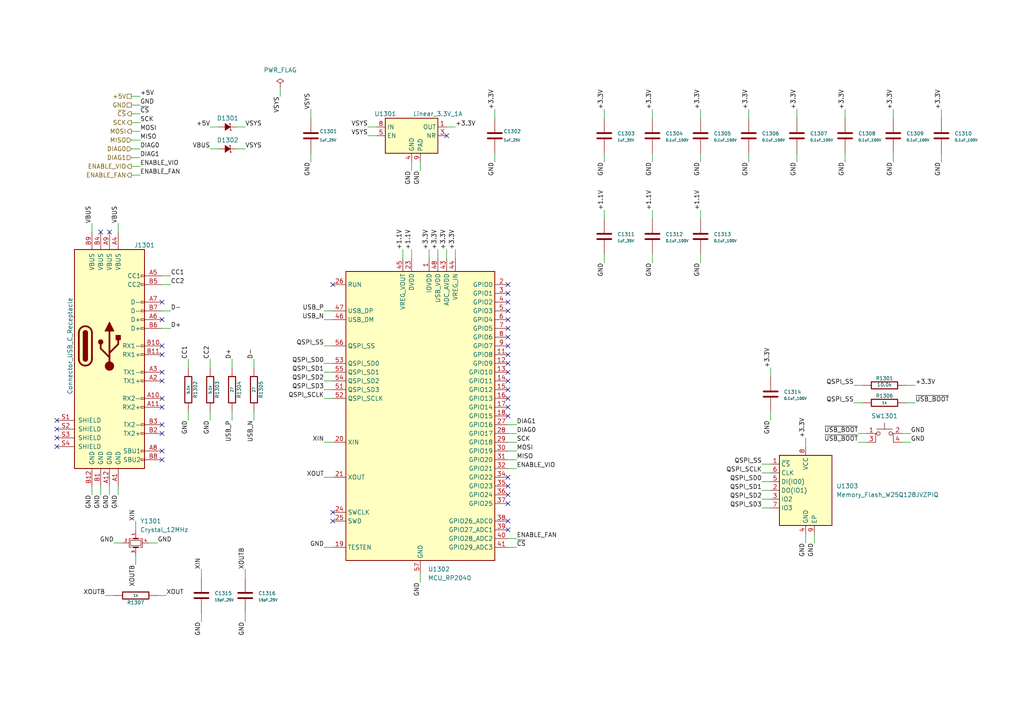
<source format=kicad_sch>
(kicad_sch (version 20230121) (generator eeschema)
  (paper "A4")
  (title_block (title "tmc51x0-multiplexer-uart") (date "2024-05-10") (rev "1.0") (company "Howard Hughes Medical Institute"))
  (lib_symbols
    (symbol "Janelia:C_0.1uF_100V_0402" (pin_numbers hide) (pin_names (offset 0.254))
      (property "Reference" "C" (at 0 2.54 0))
      (property "Value" "0.1uF_100V" (at 0 0 0))
      (symbol "C_0.1uF_100V_0402_0_1"
        (polyline (pts (xy -2.032 -0.762) (xy 2.032 -0.762)) (stroke (width 0.508)))
        (polyline (pts (xy -2.032 0.762) (xy 2.032 0.762)) (stroke (width 0.508)))
      )
      (symbol "C_0.1uF_100V_0402_1_1"
        (pin passive line (at 0 5.08 270) (length 4.318) (name "~") (number "1"))
        (pin passive line (at 0 -5.08 90) (length 4.318) (name "~") (number "2"))
      )
    )
    (symbol "Janelia:C_15pF_25V_0402" (pin_numbers hide) (pin_names (offset 0.254))
      (property "Reference" "C" (at 0 2.54 0))
      (property "Value" "15pF_25V" (at 0 0 0))
      (symbol "C_15pF_25V_0402_0_1"
        (polyline (pts (xy -2.032 -0.762) (xy 2.032 -0.762)) (stroke (width 0.508)))
        (polyline (pts (xy -2.032 0.762) (xy 2.032 0.762)) (stroke (width 0.508)))
      )
      (symbol "C_15pF_25V_0402_1_1"
        (pin passive line (at 0 5.08 270) (length 4.318) (name "~") (number "1"))
        (pin passive line (at 0 -5.08 90) (length 4.318) (name "~") (number "2"))
      )
    )
    (symbol "Janelia:C_1uF_25V_0402" (pin_numbers hide) (pin_names (offset 0.254))
      (property "Reference" "C" (at 0 2.54 0))
      (property "Value" "1uF_25V" (at 0 0 0))
      (symbol "C_1uF_25V_0402_0_1"
        (polyline (pts (xy -2.032 -0.762) (xy 2.032 -0.762)) (stroke (width 0.508)))
        (polyline (pts (xy -2.032 0.762) (xy 2.032 0.762)) (stroke (width 0.508)))
      )
      (symbol "C_1uF_25V_0402_1_1"
        (pin passive line (at 0 5.08 270) (length 4.318) (name "~") (number "1"))
        (pin passive line (at 0 -5.08 90) (length 4.318) (name "~") (number "2"))
      )
    )
    (symbol "Janelia:C_1uF_35V_0402" (pin_numbers hide) (pin_names (offset 0.254))
      (property "Reference" "C" (at 0 2.54 0))
      (property "Value" "1uF_35V" (at 0 0 0))
      (symbol "C_1uF_35V_0402_0_1"
        (polyline (pts (xy -2.032 -0.762) (xy 2.032 -0.762)) (stroke (width 0.508)))
        (polyline (pts (xy -2.032 0.762) (xy 2.032 0.762)) (stroke (width 0.508)))
      )
      (symbol "C_1uF_35V_0402_1_1"
        (pin passive line (at 0 5.08 270) (length 4.318) (name "~") (number "1"))
        (pin passive line (at 0 -5.08 90) (length 4.318) (name "~") (number "2"))
      )
    )
    (symbol "Janelia:Connector_USB_C_Receptacle_10152803-00011LF" (pin_names (offset 1.016))
      (property "Reference" "J" (at 10.16 29.21 0))
      (property "Value" "Connector_USB_C_Receptacle" (at -11.43 0 90))
      (symbol "Connector_USB_C_Receptacle_10152803-00011LF_0_0"
        (rectangle (start 10.16 -32.766) (end 9.144 -33.274))
        (rectangle (start 10.16 -30.226) (end 9.144 -30.734))
        (rectangle (start 10.16 -25.146) (end 9.144 -25.654))
        (rectangle (start 10.16 -22.606) (end 9.144 -23.114))
        (rectangle (start 10.16 -17.526) (end 9.144 -18.034))
        (rectangle (start 10.16 -14.986) (end 9.144 -15.494))
        (rectangle (start 10.16 -9.906) (end 9.144 -10.414))
        (rectangle (start 10.16 -7.366) (end 9.144 -7.874))
        (rectangle (start 10.16 -2.286) (end 9.144 -2.794))
        (rectangle (start 10.16 0.254) (end 9.144 -0.254))
        (rectangle (start 10.16 5.334) (end 9.144 4.826))
        (rectangle (start 10.16 7.874) (end 9.144 7.366))
        (rectangle (start 10.16 10.414) (end 9.144 9.906))
        (rectangle (start 10.16 12.954) (end 9.144 12.446))
        (rectangle (start 10.16 18.034) (end 9.144 17.526))
        (rectangle (start 10.16 20.574) (end 9.144 20.066))
      )
      (symbol "Connector_USB_C_Receptacle_10152803-00011LF_0_1"
        (rectangle (start -10.16 27.94) (end 10.16 -35.56) (stroke (width 0.254)) (fill (type background)))
        (arc (start -8.89 -3.81) (mid -6.985 -5.7067) (end -5.08 -3.81) (stroke (width 0.508)))
        (arc (start -7.62 -3.81) (mid -6.985 -4.4423) (end -6.35 -3.81) (stroke (width 0.254)))
        (arc (start -7.62 -3.81) (mid -6.985 -4.4423) (end -6.35 -3.81) (stroke (width 0.254)) (fill (type outline)))
        (rectangle (start -7.62 -3.81) (end -6.35 3.81) (stroke (width 0.254)) (fill (type outline)))
        (arc (start -6.35 3.81) (mid -6.985 4.4423) (end -7.62 3.81) (stroke (width 0.254)))
        (arc (start -6.35 3.81) (mid -6.985 4.4423) (end -7.62 3.81) (stroke (width 0.254)) (fill (type outline)))
        (arc (start -5.08 3.81) (mid -6.985 5.7067) (end -8.89 3.81) (stroke (width 0.508)))
        (polyline (pts (xy -8.89 -3.81) (xy -8.89 3.81)) (stroke (width 0.508)))
        (polyline (pts (xy -5.08 3.81) (xy -5.08 -3.81)) (stroke (width 0.508)))
      )
      (symbol "Connector_USB_C_Receptacle_10152803-00011LF_1_1"
        (circle (center -2.54 1.143) (radius 0.635) (stroke (width 0.254)) (fill (type outline)))
        (circle (center 0 -5.842) (radius 1.27) (fill (type outline)))
        (polyline (pts (xy 0 -5.842) (xy 0 4.318)) (stroke (width 0.508)))
        (polyline (pts (xy 0 -3.302) (xy -2.54 -0.762) (xy -2.54 0.508)) (stroke (width 0.508)))
        (polyline (pts (xy 0 -2.032) (xy 2.54 0.508) (xy 2.54 1.778)) (stroke (width 0.508)))
        (polyline (pts (xy -1.27 4.318) (xy 0 6.858) (xy 1.27 4.318) (xy -1.27 4.318)) (stroke (width 0.254)) (fill (type outline)))
        (rectangle (start 1.905 1.778) (end 3.175 3.048) (stroke (width 0.254)) (fill (type outline)))
        (pin passive line (at 2.54 -40.64 90) (length 5.08) (name "GND") (number "A1"))
        (pin bidirectional line (at 15.24 -15.24 180) (length 5.08) (name "RX2-") (number "A10"))
        (pin bidirectional line (at 15.24 -17.78 180) (length 5.08) (name "RX2+") (number "A11"))
        (pin passive line (at 0 -40.64 90) (length 5.08) (name "GND") (number "A12"))
        (pin bidirectional line (at 15.24 -10.16 180) (length 5.08) (name "TX1+") (number "A2"))
        (pin bidirectional line (at 15.24 -7.62 180) (length 5.08) (name "TX1-") (number "A3"))
        (pin passive line (at 2.54 33.02 270) (length 5.08) (name "VBUS") (number "A4"))
        (pin bidirectional line (at 15.24 20.32 180) (length 5.08) (name "CC1") (number "A5"))
        (pin bidirectional line (at 15.24 7.62 180) (length 5.08) (name "D+") (number "A6"))
        (pin bidirectional line (at 15.24 12.7 180) (length 5.08) (name "D-") (number "A7"))
        (pin bidirectional line (at 15.24 -30.48 180) (length 5.08) (name "SBU1") (number "A8"))
        (pin passive line (at 0 33.02 270) (length 5.08) (name "VBUS") (number "A9"))
        (pin passive line (at -2.54 -40.64 90) (length 5.08) (name "GND") (number "B1"))
        (pin bidirectional line (at 15.24 0 180) (length 5.08) (name "RX1-") (number "B10"))
        (pin bidirectional line (at 15.24 -2.54 180) (length 5.08) (name "RX1+") (number "B11"))
        (pin passive line (at -5.08 -40.64 90) (length 5.08) (name "GND") (number "B12"))
        (pin bidirectional line (at 15.24 -25.4 180) (length 5.08) (name "TX2+") (number "B2"))
        (pin bidirectional line (at 15.24 -22.86 180) (length 5.08) (name "TX2-") (number "B3"))
        (pin passive line (at -2.54 33.02 270) (length 5.08) (name "VBUS") (number "B4"))
        (pin bidirectional line (at 15.24 17.78 180) (length 5.08) (name "CC2") (number "B5"))
        (pin bidirectional line (at 15.24 5.08 180) (length 5.08) (name "D+") (number "B6"))
        (pin bidirectional line (at 15.24 10.16 180) (length 5.08) (name "D-") (number "B7"))
        (pin bidirectional line (at 15.24 -33.02 180) (length 5.08) (name "SBU2") (number "B8"))
        (pin passive line (at -5.08 33.02 270) (length 5.08) (name "VBUS") (number "B9"))
        (pin passive line (at -15.24 -21.59 0) (length 5.08) (name "SHIELD") (number "S1"))
        (pin passive line (at -15.24 -24.13 0) (length 5.08) (name "SHIELD") (number "S2"))
        (pin passive line (at -15.24 -26.67 0) (length 5.08) (name "SHIELD") (number "S3"))
        (pin passive line (at -15.24 -29.21 0) (length 5.08) (name "SHIELD") (number "S4"))
      )
    )
    (symbol "Janelia:Crystal_12MHz_ABM8-272-T3" (pin_names (offset 1.016) hide)
      (property "Reference" "Y" (at 1.27 4.445 0))
      (property "Value" "Crystal_12MHz" (at 1.27 2.54 0))
      (symbol "Crystal_12MHz_ABM8-272-T3_0_1"
        (rectangle (start -0.762 1.524) (end 0.762 -1.524))
        (polyline (pts (xy -1.27 -0.762) (xy -1.27 0.762)) (stroke (width 0.381)))
        (polyline (pts (xy 1.27 -0.762) (xy 1.27 0.762)) (stroke (width 0.381)))
        (polyline (pts (xy -1.27 -1.27) (xy -1.27 -1.905) (xy 1.27 -1.905) (xy 1.27 -1.27)))
        (polyline (pts (xy -1.27 1.27) (xy -1.27 1.905) (xy 1.27 1.905) (xy 1.27 1.27)))
      )
      (symbol "Crystal_12MHz_ABM8-272-T3_1_1"
        (pin passive line (at -3.81 0 0) (length 2.54) (name "1") (number "1"))
        (pin passive line (at 0 -3.81 90) (length 1.905) (name "2") (number "2"))
        (pin passive line (at 3.81 0 180) (length 2.54) (name "3") (number "3"))
        (pin passive line (at 0 3.81 270) (length 1.905) (name "4") (number "4"))
      )
    )
    (symbol "Janelia:D_SCHOTTKY_40V_2A_0603" (pin_numbers hide) (pin_names (offset 0.254) hide)
      (property "Reference" "D" (at -1.27 2.032 0))
      (symbol "D_SCHOTTKY_40V_2A_0603_0_1"
        (polyline (pts (xy -0.762 -1.016) (xy -0.762 1.016)))
        (polyline (pts (xy -0.762 -1.016) (xy -0.508 -1.016) (xy -0.508 -0.762)))
        (polyline (pts (xy -0.762 1.016) (xy -1.016 1.016) (xy -1.016 0.762)))
        (polyline (pts (xy 0.762 -1.016) (xy -0.762 0) (xy 0.762 1.016) (xy 0.762 -1.016)) (fill (type outline)))
      )
      (symbol "D_SCHOTTKY_40V_2A_0603_1_1"
        (pin passive line (at -2.54 0 0) (length 1.778) (name "K") (number "1"))
        (pin passive line (at 2.54 0 180) (length 1.778) (name "A") (number "2"))
      )
    )
    (symbol "Janelia:MCU_RP2040"
      (property "Reference" "U" (at 17.78 45.72 0))
      (property "Value" "MCU_RP2040" (at 17.78 43.18 0))
      (symbol "MCU_RP2040_0_1"
        (rectangle (start -21.59 41.91) (end 21.59 -41.91) (stroke (width 0.254)) (fill (type background)))
      )
      (symbol "MCU_RP2040_1_1"
        (pin power_in line (at 2.54 45.72 270) (length 3.81) (name "IOVDD") (number "1"))
        (pin passive line (at 2.54 45.72 270) (length 3.81) hide (name "IOVDD") (number "10"))
        (pin bidirectional line (at 25.4 17.78 180) (length 3.81) (name "GPIO8") (number "11"))
        (pin bidirectional line (at 25.4 15.24 180) (length 3.81) (name "GPIO9") (number "12"))
        (pin bidirectional line (at 25.4 12.7 180) (length 3.81) (name "GPIO10") (number "13"))
        (pin bidirectional line (at 25.4 10.16 180) (length 3.81) (name "GPIO11") (number "14"))
        (pin bidirectional line (at 25.4 7.62 180) (length 3.81) (name "GPIO12") (number "15"))
        (pin bidirectional line (at 25.4 5.08 180) (length 3.81) (name "GPIO13") (number "16"))
        (pin bidirectional line (at 25.4 2.54 180) (length 3.81) (name "GPIO14") (number "17"))
        (pin bidirectional line (at 25.4 0 180) (length 3.81) (name "GPIO15") (number "18"))
        (pin input line (at -25.4 -38.1 0) (length 3.81) (name "TESTEN") (number "19"))
        (pin bidirectional line (at 25.4 38.1 180) (length 3.81) (name "GPIO0") (number "2"))
        (pin input line (at -25.4 -7.62 0) (length 3.81) (name "XIN") (number "20"))
        (pin passive line (at -25.4 -17.78 0) (length 3.81) (name "XOUT") (number "21"))
        (pin passive line (at 2.54 45.72 270) (length 3.81) hide (name "IOVDD") (number "22"))
        (pin power_in line (at -2.54 45.72 270) (length 3.81) (name "DVDD") (number "23"))
        (pin input line (at -25.4 -27.94 0) (length 3.81) (name "SWCLK") (number "24"))
        (pin bidirectional line (at -25.4 -30.48 0) (length 3.81) (name "SWD") (number "25"))
        (pin input line (at -25.4 38.1 0) (length 3.81) (name "RUN") (number "26"))
        (pin bidirectional line (at 25.4 -2.54 180) (length 3.81) (name "GPIO16") (number "27"))
        (pin bidirectional line (at 25.4 -5.08 180) (length 3.81) (name "GPIO17") (number "28"))
        (pin bidirectional line (at 25.4 -7.62 180) (length 3.81) (name "GPIO18") (number "29"))
        (pin bidirectional line (at 25.4 35.56 180) (length 3.81) (name "GPIO1") (number "3"))
        (pin bidirectional line (at 25.4 -10.16 180) (length 3.81) (name "GPIO19") (number "30"))
        (pin bidirectional line (at 25.4 -12.7 180) (length 3.81) (name "GPIO20") (number "31"))
        (pin bidirectional line (at 25.4 -15.24 180) (length 3.81) (name "GPIO21") (number "32"))
        (pin passive line (at 2.54 45.72 270) (length 3.81) hide (name "IOVDD") (number "33"))
        (pin bidirectional line (at 25.4 -17.78 180) (length 3.81) (name "GPIO22") (number "34"))
        (pin bidirectional line (at 25.4 -20.32 180) (length 3.81) (name "GPIO23") (number "35"))
        (pin bidirectional line (at 25.4 -22.86 180) (length 3.81) (name "GPIO24") (number "36"))
        (pin bidirectional line (at 25.4 -25.4 180) (length 3.81) (name "GPIO25") (number "37"))
        (pin bidirectional line (at 25.4 -30.48 180) (length 3.81) (name "GPIO26_ADC0") (number "38"))
        (pin bidirectional line (at 25.4 -33.02 180) (length 3.81) (name "GPIO27_ADC1") (number "39"))
        (pin bidirectional line (at 25.4 33.02 180) (length 3.81) (name "GPIO2") (number "4"))
        (pin bidirectional line (at 25.4 -35.56 180) (length 3.81) (name "GPIO28_ADC2") (number "40"))
        (pin bidirectional line (at 25.4 -38.1 180) (length 3.81) (name "GPIO29_ADC3") (number "41"))
        (pin passive line (at 2.54 45.72 270) (length 3.81) hide (name "IOVDD") (number "42"))
        (pin power_in line (at 7.62 45.72 270) (length 3.81) (name "ADC_AVDD") (number "43"))
        (pin power_in line (at 10.16 45.72 270) (length 3.81) (name "VREG_IN") (number "44"))
        (pin power_out line (at -5.08 45.72 270) (length 3.81) (name "VREG_VOUT") (number "45"))
        (pin bidirectional line (at -25.4 27.94 0) (length 3.81) (name "USB_DM") (number "46"))
        (pin bidirectional line (at -25.4 30.48 0) (length 3.81) (name "USB_DP") (number "47"))
        (pin power_in line (at 5.08 45.72 270) (length 3.81) (name "USB_VDD") (number "48"))
        (pin passive line (at 2.54 45.72 270) (length 3.81) hide (name "IOVDD") (number "49"))
        (pin bidirectional line (at 25.4 30.48 180) (length 3.81) (name "GPIO3") (number "5"))
        (pin passive line (at -2.54 45.72 270) (length 3.81) hide (name "DVDD") (number "50"))
        (pin bidirectional line (at -25.4 7.62 0) (length 3.81) (name "QSPI_SD3") (number "51"))
        (pin output line (at -25.4 5.08 0) (length 3.81) (name "QSPI_SCLK") (number "52"))
        (pin bidirectional line (at -25.4 15.24 0) (length 3.81) (name "QSPI_SD0") (number "53"))
        (pin bidirectional line (at -25.4 10.16 0) (length 3.81) (name "QSPI_SD2") (number "54"))
        (pin bidirectional line (at -25.4 12.7 0) (length 3.81) (name "QSPI_SD1") (number "55"))
        (pin bidirectional line (at -25.4 20.32 0) (length 3.81) (name "QSPI_SS") (number "56"))
        (pin power_in line (at 0 -45.72 90) (length 3.81) (name "GND") (number "57"))
        (pin bidirectional line (at 25.4 27.94 180) (length 3.81) (name "GPIO4") (number "6"))
        (pin bidirectional line (at 25.4 25.4 180) (length 3.81) (name "GPIO5") (number "7"))
        (pin bidirectional line (at 25.4 22.86 180) (length 3.81) (name "GPIO6") (number "8"))
        (pin bidirectional line (at 25.4 20.32 180) (length 3.81) (name "GPIO7") (number "9"))
      )
    )
    (symbol "Janelia:Memory_Flash_W25Q128JVZPIQ"
      (property "Reference" "U" (at -6.35 11.43 0))
      (property "Value" "Memory_Flash_W25Q128JVZPIQ" (at 7.62 11.43 0))
      (symbol "Memory_Flash_W25Q128JVZPIQ_0_1"
        (rectangle (start -7.62 10.16) (end 7.62 -10.16) (stroke (width 0.254)) (fill (type background)))
      )
      (symbol "Memory_Flash_W25Q128JVZPIQ_1_1"
        (pin input line (at -10.16 7.62 0) (length 2.54) (name "~{CS}") (number "1"))
        (pin bidirectional line (at -10.16 0 0) (length 2.54) (name "DO(IO1)") (number "2"))
        (pin bidirectional line (at -10.16 -2.54 0) (length 2.54) (name "IO2") (number "3"))
        (pin power_in line (at 0 -12.7 90) (length 2.54) (name "GND") (number "4"))
        (pin bidirectional line (at -10.16 2.54 0) (length 2.54) (name "DI(IO0)") (number "5"))
        (pin input line (at -10.16 5.08 0) (length 2.54) (name "CLK") (number "6"))
        (pin bidirectional line (at -10.16 -5.08 0) (length 2.54) (name "IO3") (number "7"))
        (pin power_in line (at 0 12.7 270) (length 2.54) (name "VCC") (number "8"))
        (pin passive line (at 2.54 -12.7 90) (length 2.54) (name "EP") (number "9"))
      )
    )
    (symbol "Janelia:R_10.0k_0402" (pin_numbers hide) (pin_names (offset 0))
      (property "Reference" "R" (at 2.032 0 90))
      (property "Value" "10.0k" (at 0.1778 0.0254 90))
      (symbol "R_10.0k_0402_0_1"
        (rectangle (start -1.016 3.81) (end 1.016 -3.81) (stroke (width 0.3048)))
      )
      (symbol "R_10.0k_0402_1_1"
        (pin passive line (at 0 6.35 270) (length 2.54) (name "~") (number "1"))
        (pin passive line (at 0 -6.35 90) (length 2.54) (name "~") (number "2"))
      )
    )
    (symbol "Janelia:R_1k_0402" (pin_numbers hide) (pin_names (offset 0))
      (property "Reference" "R" (at 2.032 0 90))
      (property "Value" "1k" (at 0 0 90))
      (symbol "R_1k_0402_0_1"
        (rectangle (start -1.016 3.81) (end 1.016 -3.81) (stroke (width 0.3048)))
      )
      (symbol "R_1k_0402_1_1"
        (pin passive line (at 0 6.35 270) (length 2.54) (name "~") (number "1"))
        (pin passive line (at 0 -6.35 90) (length 2.54) (name "~") (number "2"))
      )
    )
    (symbol "Janelia:R_27_0402" (pin_numbers hide) (pin_names (offset 0))
      (property "Reference" "R" (at 2.032 0 90))
      (property "Value" "27" (at 0 0 90))
      (symbol "R_27_0402_0_1"
        (rectangle (start -1.016 3.81) (end 1.016 -3.81) (stroke (width 0.3048)))
      )
      (symbol "R_27_0402_1_1"
        (pin passive line (at 0 6.35 270) (length 2.54) (name "~") (number "1"))
        (pin passive line (at 0 -6.35 90) (length 2.54) (name "~") (number "2"))
      )
    )
    (symbol "Janelia:R_5.1k_0402" (pin_numbers hide) (pin_names (offset 0))
      (property "Reference" "R" (at 2.032 0 90))
      (property "Value" "5.1k" (at 0 0 90))
      (symbol "R_5.1k_0402_0_1"
        (rectangle (start -1.016 3.81) (end 1.016 -3.81) (stroke (width 0.3048)))
      )
      (symbol "R_5.1k_0402_1_1"
        (pin passive line (at 0 6.35 270) (length 2.54) (name "~") (number "1"))
        (pin passive line (at 0 -6.35 90) (length 2.54) (name "~") (number "2"))
      )
    )
    (symbol "Janelia:Regulator_Linear_3.3V_1A_5.5Vin_TPS73733QDRBRQ1"
      (property "Reference" "U" (at -7.62 6.35 0))
      (property "Value" "Linear_3.3V_1A" (at 7.62 6.35 0))
      (symbol "Regulator_Linear_3.3V_1A_5.5Vin_TPS73733QDRBRQ1_0_1"
        (rectangle (start -7.62 -5.08) (end 7.62 5.08) (stroke (width 0.254)) (fill (type background)))
      )
      (symbol "Regulator_Linear_3.3V_1A_5.5Vin_TPS73733QDRBRQ1_1_1"
        (pin power_out line (at 10.16 2.54 180) (length 2.54) (name "OUT") (number "1"))
        (pin no_connect line (at 5.08 -7.62 90) (length 2.54) hide (name "2") (number "2"))
        (pin passive line (at 10.16 0 180) (length 2.54) (name "NR") (number "3"))
        (pin power_in line (at 0 -7.62 90) (length 2.54) (name "GND") (number "4"))
        (pin input line (at -10.16 0 0) (length 2.54) (name "EN") (number "5"))
        (pin no_connect line (at -2.54 -7.62 90) (length 2.54) hide (name "6") (number "6"))
        (pin no_connect line (at -10.16 -2.54 0) (length 2.54) hide (name "7") (number "7"))
        (pin power_in line (at -10.16 2.54 0) (length 2.54) (name "IN") (number "8"))
        (pin power_in line (at 2.54 -7.62 90) (length 2.54) (name "PAD") (number "9"))
      )
    )
    (symbol "Janelia:Switch_Tactile_SPST-NO_SMT_Side" (pin_names (offset 1.016) hide)
      (property "Reference" "SW" (at 0.635 5.715 0))
      (symbol "Switch_Tactile_SPST-NO_SMT_Side_0_1"
        (circle (center -1.778 2.54) (radius 0.508))
        (polyline (pts (xy -2.286 3.81) (xy 2.286 3.81)))
        (polyline (pts (xy 0 3.81) (xy 0 5.588)))
        (polyline (pts (xy -2.54 0) (xy -2.54 2.54) (xy -2.286 2.54)))
        (polyline (pts (xy 2.54 0) (xy 2.54 2.54) (xy 2.286 2.54)))
        (circle (center 1.778 2.54) (radius 0.508))
      )
      (symbol "Switch_Tactile_SPST-NO_SMT_Side_1_1"
        (pin passive line (at -5.08 2.54 0) (length 2.54) (name "1") (number "1"))
        (pin passive line (at 5.08 2.54 180) (length 2.54) (name "2") (number "2"))
        (pin passive line (at -5.08 0 0) (length 2.54) (name "3") (number "3"))
        (pin passive line (at 5.08 0 180) (length 2.54) (name "4") (number "4"))
      )
    )
    (symbol "power:PWR_FLAG" (power) (pin_numbers hide) (pin_names (offset 0) hide)
      (property "Value" "PWR_FLAG" (at 0 3.81 0))
      (symbol "PWR_FLAG_0_0"
        (pin power_out line (at 0 0 90) (length 0) (name "pwr") (number "1"))
      )
      (symbol "PWR_FLAG_0_1"
        (polyline (pts (xy 0 0) (xy 0 1.27) (xy -1.016 1.905) (xy 0 2.54) (xy 1.016 1.905) (xy 0 1.27)))
      )
    )
  )
  (no_connect (at 147.32 82.55))
  (no_connect (at 46.99 110.49))
  (no_connect (at 46.99 130.81))
  (no_connect (at 147.32 120.65))
  (no_connect (at 46.99 102.87))
  (no_connect (at 147.32 107.95))
  (no_connect (at 16.51 127))
  (no_connect (at 147.32 146.05))
  (no_connect (at 46.99 87.63))
  (no_connect (at 46.99 133.35))
  (no_connect (at 46.99 92.71))
  (no_connect (at 46.99 123.19))
  (no_connect (at 147.32 90.17))
  (no_connect (at 147.32 102.87))
  (no_connect (at 147.32 92.71))
  (no_connect (at 31.75 67.31))
  (no_connect (at 147.32 143.51))
  (no_connect (at 129.54 39.37))
  (no_connect (at 147.32 95.25))
  (no_connect (at 147.32 113.03))
  (no_connect (at 147.32 151.13))
  (no_connect (at 46.99 118.11))
  (no_connect (at 147.32 115.57))
  (no_connect (at 16.51 124.46))
  (no_connect (at 147.32 118.11))
  (no_connect (at 147.32 97.79))
  (no_connect (at 147.32 140.97))
  (no_connect (at 147.32 85.09))
  (no_connect (at 147.32 87.63))
  (no_connect (at 46.99 125.73))
  (no_connect (at 46.99 100.33))
  (no_connect (at 46.99 107.95))
  (no_connect (at 96.52 82.55))
  (no_connect (at 96.52 151.13))
  (no_connect (at 96.52 148.59))
  (no_connect (at 147.32 138.43))
  (no_connect (at 16.51 121.92))
  (no_connect (at 147.32 153.67))
  (no_connect (at 46.99 115.57))
  (no_connect (at 16.51 129.54))
  (no_connect (at 147.32 105.41))
  (no_connect (at 29.21 67.31))
  (no_connect (at 147.32 110.49))
  (no_connect (at 147.32 100.33))
  (wire (pts (xy 223.52 134.62) (xy 220.98 134.62)))
  (wire (pts (xy 121.92 46.99) (xy 121.92 49.53)))
  (wire (pts (xy 109.22 36.83) (xy 106.68 36.83)))
  (wire (pts (xy 223.52 144.78) (xy 220.98 144.78)))
  (wire (pts (xy 223.52 139.7) (xy 220.98 139.7)))
  (wire (pts (xy 58.42 167.64) (xy 58.42 165.1)))
  (wire (pts (xy 261.62 128.27) (xy 264.16 128.27)))
  (wire (pts (xy 189.23 63.5) (xy 189.23 60.96)))
  (wire (pts (xy 175.26 34.29) (xy 175.26 31.75)))
  (wire (pts (xy 96.52 138.43) (xy 93.98 138.43)))
  (wire (pts (xy 63.5 36.83) (xy 60.96 36.83)))
  (wire (pts (xy 73.66 119.38) (xy 73.66 121.92)))
  (wire (pts (xy 96.52 92.71) (xy 93.98 92.71)))
  (wire (pts (xy 236.22 154.94) (xy 236.22 157.48)))
  (wire (pts (xy 67.31 106.68) (xy 67.31 104.14)))
  (wire (pts (xy 46.99 95.25) (xy 49.53 95.25)))
  (wire (pts (xy 34.29 140.97) (xy 34.29 143.51)))
  (wire (pts (xy 119.38 74.93) (xy 119.38 72.39)))
  (wire (pts (xy 223.52 147.32) (xy 220.98 147.32)))
  (wire (pts (xy 38.1 50.8) (xy 40.64 50.8)))
  (wire (pts (xy 273.05 44.45) (xy 273.05 46.99)))
  (wire (pts (xy 259.08 44.45) (xy 259.08 46.99)))
  (wire (pts (xy 250.19 116.84) (xy 247.65 116.84)))
  (wire (pts (xy 96.52 100.33) (xy 93.98 100.33)))
  (wire (pts (xy 90.17 44.45) (xy 90.17 46.99)))
  (wire (pts (xy 43.18 157.48) (xy 45.72 157.48)))
  (wire (pts (xy 90.17 34.29) (xy 90.17 31.75)))
  (wire (pts (xy 29.21 140.97) (xy 29.21 143.51)))
  (wire (pts (xy 127 74.93) (xy 127 72.39)))
  (wire (pts (xy 223.52 109.22) (xy 223.52 106.68)))
  (wire (pts (xy 223.52 137.16) (xy 220.98 137.16)))
  (wire (pts (xy 38.1 43.18) (xy 40.64 43.18)))
  (wire (pts (xy 132.08 74.93) (xy 132.08 72.39)))
  (wire (pts (xy 203.2 73.66) (xy 203.2 76.2)))
  (wire (pts (xy 217.17 44.45) (xy 217.17 46.99)))
  (wire (pts (xy 175.26 44.45) (xy 175.26 46.99)))
  (wire (pts (xy 129.54 74.93) (xy 129.54 72.39)))
  (wire (pts (xy 81.28 25.4) (xy 81.28 27.94)))
  (wire (pts (xy 38.1 45.72) (xy 40.64 45.72)))
  (wire (pts (xy 147.32 133.35) (xy 149.86 133.35)))
  (wire (pts (xy 233.68 154.94) (xy 233.68 157.48)))
  (wire (pts (xy 245.11 44.45) (xy 245.11 46.99)))
  (wire (pts (xy 38.1 38.1) (xy 40.64 38.1)))
  (wire (pts (xy 189.23 34.29) (xy 189.23 31.75)))
  (wire (pts (xy 259.08 34.29) (xy 259.08 31.75)))
  (wire (pts (xy 245.11 34.29) (xy 245.11 31.75)))
  (wire (pts (xy 261.62 125.73) (xy 264.16 125.73)))
  (wire (pts (xy 46.99 82.55) (xy 49.53 82.55)))
  (wire (pts (xy 35.56 157.48) (xy 33.02 157.48)))
  (wire (pts (xy 73.66 106.68) (xy 73.66 104.14)))
  (wire (pts (xy 109.22 39.37) (xy 106.68 39.37)))
  (wire (pts (xy 96.52 158.75) (xy 93.98 158.75)))
  (wire (pts (xy 54.61 106.68) (xy 54.61 104.14)))
  (wire (pts (xy 71.12 177.8) (xy 71.12 180.34)))
  (wire (pts (xy 143.51 44.45) (xy 143.51 46.99)))
  (wire (pts (xy 96.52 115.57) (xy 93.98 115.57)))
  (wire (pts (xy 231.14 44.45) (xy 231.14 46.99)))
  (wire (pts (xy 189.23 73.66) (xy 189.23 76.2)))
  (wire (pts (xy 147.32 128.27) (xy 149.86 128.27)))
  (wire (pts (xy 147.32 135.89) (xy 149.86 135.89)))
  (wire (pts (xy 38.1 30.48) (xy 40.64 30.48)))
  (wire (pts (xy 71.12 167.64) (xy 71.12 165.1)))
  (wire (pts (xy 45.72 172.72) (xy 48.26 172.72)))
  (wire (pts (xy 67.31 119.38) (xy 67.31 121.92)))
  (wire (pts (xy 147.32 130.81) (xy 149.86 130.81)))
  (wire (pts (xy 175.26 63.5) (xy 175.26 60.96)))
  (wire (pts (xy 223.52 119.38) (xy 223.52 121.92)))
  (wire (pts (xy 46.99 90.17) (xy 49.53 90.17)))
  (wire (pts (xy 96.52 107.95) (xy 93.98 107.95)))
  (wire (pts (xy 96.52 113.03) (xy 93.98 113.03)))
  (wire (pts (xy 203.2 34.29) (xy 203.2 31.75)))
  (wire (pts (xy 68.58 36.83) (xy 71.12 36.83)))
  (wire (pts (xy 68.58 43.18) (xy 71.12 43.18)))
  (wire (pts (xy 38.1 35.56) (xy 40.64 35.56)))
  (wire (pts (xy 203.2 63.5) (xy 203.2 60.96)))
  (wire (pts (xy 129.54 36.83) (xy 132.08 36.83)))
  (wire (pts (xy 58.42 177.8) (xy 58.42 180.34)))
  (wire (pts (xy 175.26 73.66) (xy 175.26 76.2)))
  (wire (pts (xy 96.52 128.27) (xy 93.98 128.27)))
  (wire (pts (xy 143.51 34.29) (xy 143.51 31.75)))
  (wire (pts (xy 124.46 74.93) (xy 124.46 72.39)))
  (wire (pts (xy 38.1 33.02) (xy 40.64 33.02)))
  (wire (pts (xy 223.52 142.24) (xy 220.98 142.24)))
  (wire (pts (xy 46.99 80.01) (xy 49.53 80.01)))
  (wire (pts (xy 31.75 140.97) (xy 31.75 143.51)))
  (wire (pts (xy 217.17 34.29) (xy 217.17 31.75)))
  (wire (pts (xy 96.52 110.49) (xy 93.98 110.49)))
  (wire (pts (xy 203.2 44.45) (xy 203.2 46.99)))
  (wire (pts (xy 147.32 156.21) (xy 149.86 156.21)))
  (wire (pts (xy 38.1 27.94) (xy 40.64 27.94)))
  (wire (pts (xy 251.46 125.73) (xy 248.92 125.73)))
  (wire (pts (xy 262.89 116.84) (xy 265.43 116.84)))
  (wire (pts (xy 121.92 166.37) (xy 121.92 168.91)))
  (wire (pts (xy 96.52 90.17) (xy 93.98 90.17)))
  (wire (pts (xy 233.68 129.54) (xy 233.68 127)))
  (wire (pts (xy 116.84 74.93) (xy 116.84 72.39)))
  (wire (pts (xy 251.46 128.27) (xy 248.92 128.27)))
  (wire (pts (xy 38.1 48.26) (xy 40.64 48.26)))
  (wire (pts (xy 147.32 158.75) (xy 149.86 158.75)))
  (wire (pts (xy 60.96 119.38) (xy 60.96 121.92)))
  (wire (pts (xy 147.32 125.73) (xy 149.86 125.73)))
  (wire (pts (xy 39.37 161.29) (xy 39.37 163.83)))
  (wire (pts (xy 26.67 67.31) (xy 26.67 64.77)))
  (wire (pts (xy 250.19 111.76) (xy 247.65 111.76)))
  (wire (pts (xy 38.1 40.64) (xy 40.64 40.64)))
  (wire (pts (xy 273.05 34.29) (xy 273.05 31.75)))
  (wire (pts (xy 231.14 34.29) (xy 231.14 31.75)))
  (wire (pts (xy 189.23 44.45) (xy 189.23 46.99)))
  (wire (pts (xy 63.5 43.18) (xy 60.96 43.18)))
  (wire (pts (xy 262.89 111.76) (xy 265.43 111.76)))
  (wire (pts (xy 34.29 67.31) (xy 34.29 64.77)))
  (wire (pts (xy 119.38 46.99) (xy 119.38 49.53)))
  (wire (pts (xy 147.32 123.19) (xy 149.86 123.19)))
  (wire (pts (xy 96.52 105.41) (xy 93.98 105.41)))
  (wire (pts (xy 33.02 172.72) (xy 30.48 172.72)))
  (wire (pts (xy 54.61 119.38) (xy 54.61 121.92)))
  (wire (pts (xy 39.37 153.67) (xy 39.37 151.13)))
  (wire (pts (xy 26.67 140.97) (xy 26.67 143.51)))
  (wire (pts (xy 60.96 106.68) (xy 60.96 104.14)))
  (label "ENABLE_VIO" (at 149.86 135.89 0))
  (label "+3.3V" (at 273.05 31.75 90))
  (label "GND" (at 90.17 46.99 270))
  (label "GND" (at 233.68 157.48 270))
  (label "GND" (at 189.23 46.99 270))
  (label "GND" (at 34.29 143.51 270))
  (label "GND" (at 203.2 76.2 270))
  (label "~{CS}" (at 40.64 33.02 0))
  (label "+3.3V" (at 132.08 36.83 0))
  (label "GND" (at 245.11 46.99 270))
  (label "QSPI_SD2" (at 220.98 144.78 180))
  (label "MISO" (at 149.86 133.35 0))
  (label "QSPI_SCLK" (at 220.98 137.16 180))
  (label "QSPI_SD3" (at 93.98 113.03 180))
  (label "+3.3V" (at 231.14 31.75 90))
  (label "XIN" (at 58.42 165.1 90))
  (label "QSPI_SCLK" (at 93.98 115.57 180))
  (label "XOUT" (at 93.98 138.43 180))
  (label "GND" (at 203.2 46.99 270))
  (label "GND" (at 29.21 143.51 270))
  (label "ENABLE_FAN" (at 40.64 50.8 0))
  (label "VSYS" (at 81.28 27.94 270))
  (label "QSPI_SS" (at 247.65 116.84 180))
  (label "GND" (at 121.92 49.53 270))
  (label "GND" (at 33.02 157.48 180))
  (label "GND" (at 236.22 157.48 270))
  (label "XOUT" (at 48.26 172.72 0))
  (label "VSYS" (at 90.17 31.75 90))
  (label "DIAG0" (at 40.64 43.18 0))
  (label "ENABLE_VIO" (at 40.64 48.26 0))
  (label "CC1" (at 54.61 104.14 90))
  (label "~{CS}" (at 149.86 158.75 0))
  (label "GND" (at 259.08 46.99 270))
  (label "XOUTB" (at 30.48 172.72 180))
  (label "GND" (at 54.61 121.92 270))
  (label "GND" (at 71.12 180.34 270))
  (label "GND" (at 175.26 46.99 270))
  (label "CC2" (at 49.53 82.55 0))
  (label "GND" (at 121.92 168.91 270))
  (label "GND" (at 93.98 158.75 180))
  (label "GND" (at 273.05 46.99 270))
  (label "+3.3V" (at 217.17 31.75 90))
  (label "+1.1V" (at 119.38 72.39 90))
  (label "D+" (at 49.53 95.25 0))
  (label "GND" (at 60.96 121.92 270))
  (label "VSYS" (at 106.68 39.37 180))
  (label "GND" (at 264.16 125.73 0))
  (label "+3.3V" (at 245.11 31.75 90))
  (label "USB_P" (at 93.98 90.17 180))
  (label "QSPI_SS" (at 93.98 100.33 180))
  (label "QSPI_SS" (at 220.98 134.62 180))
  (label "+3.3V" (at 223.52 106.68 90))
  (label "+3.3V" (at 265.43 111.76 0))
  (label "DIAG0" (at 149.86 125.73 0))
  (label "+1.1V" (at 189.23 60.96 90))
  (label "+3.3V" (at 203.2 31.75 90))
  (label "+3.3V" (at 127 72.39 90))
  (label "D-" (at 49.53 90.17 0))
  (label "GND" (at 143.51 46.99 270))
  (label "+3.3V" (at 259.08 31.75 90))
  (label "+1.1V" (at 116.84 72.39 90))
  (label "GND" (at 45.72 157.48 0))
  (label "VBUS" (at 26.67 64.77 90))
  (label "QSPI_SD0" (at 220.98 139.7 180))
  (label "MISO" (at 40.64 40.64 0))
  (label "GND" (at 58.42 180.34 270))
  (label "QSPI_SS" (at 247.65 111.76 180))
  (label "+3.3V" (at 189.23 31.75 90))
  (label "VSYS" (at 71.12 36.83 0))
  (label "XOUTB" (at 39.37 163.83 270))
  (label "VBUS" (at 60.96 43.18 180))
  (label "GND" (at 175.26 76.2 270))
  (label "MOSI" (at 40.64 38.1 0))
  (label "+3.3V" (at 175.26 31.75 90))
  (label "QSPI_SD1" (at 93.98 107.95 180))
  (label "QSPI_SD0" (at 93.98 105.41 180))
  (label "ENABLE_FAN" (at 149.86 156.21 0))
  (label "USB_P" (at 67.31 121.92 270))
  (label "+1.1V" (at 203.2 60.96 90))
  (label "USB_N" (at 73.66 121.92 270))
  (label "DIAG1" (at 149.86 123.19 0))
  (label "QSPI_SD3" (at 220.98 147.32 180))
  (label "+3.3V" (at 132.08 72.39 90))
  (label "VSYS" (at 71.12 43.18 0))
  (label "XIN" (at 39.37 151.13 90))
  (label "XIN" (at 93.98 128.27 180))
  (label "XOUTB" (at 71.12 165.1 90))
  (label "USB_N" (at 93.98 92.71 180))
  (label "GND" (at 217.17 46.99 270))
  (label "VSYS" (at 106.68 36.83 180))
  (label "SCK" (at 40.64 35.56 0))
  (label "D+" (at 67.31 104.14 90))
  (label "CC2" (at 60.96 104.14 90))
  (label "GND" (at 223.52 121.92 270))
  (label "GND" (at 264.16 128.27 0))
  (label "+3.3V" (at 129.54 72.39 90))
  (label "QSPI_SD2" (at 93.98 110.49 180))
  (label "GND" (at 231.14 46.99 270))
  (label "+1.1V" (at 175.26 60.96 90))
  (label "~{USB_BOOT}" (at 248.92 125.73 180))
  (label "+5V" (at 60.96 36.83 180))
  (label "GND" (at 119.38 49.53 270))
  (label "QSPI_SD1" (at 220.98 142.24 180))
  (label "+3.3V" (at 124.46 72.39 90))
  (label "GND" (at 189.23 76.2 270))
  (label "MOSI" (at 149.86 130.81 0))
  (label "D-" (at 73.66 104.14 90))
  (label "SCK" (at 149.86 128.27 0))
  (label "+5V" (at 40.64 27.94 0))
  (label "+3.3V" (at 143.51 31.75 90))
  (label "+3.3V" (at 233.68 127 90))
  (label "VBUS" (at 34.29 64.77 90))
  (label "GND" (at 31.75 143.51 270))
  (label "GND" (at 26.67 143.51 270))
  (label "CC1" (at 49.53 80.01 0))
  (label "DIAG1" (at 40.64 45.72 0))
  (label "~{USB_BOOT}" (at 265.43 116.84 0))
  (label "GND" (at 40.64 30.48 0))
  (label "~{USB_BOOT}" (at 248.92 128.27 180))
  (hierarchical_label "GND" (shape passive) (at 38.1 30.48 180))
  (hierarchical_label "SCK" (shape output) (at 38.1 35.56 180))
  (hierarchical_label "ENABLE_VIO" (shape output) (at 38.1 48.26 180))
  (hierarchical_label "+5V" (shape passive) (at 38.1 27.94 180))
  (hierarchical_label "ENABLE_FAN" (shape output) (at 38.1 50.8 180))
  (hierarchical_label "~{CS}" (shape output) (at 38.1 33.02 180))
  (hierarchical_label "DIAG0" (shape input) (at 38.1 43.18 180))
  (hierarchical_label "DIAG1" (shape input) (at 38.1 45.72 180))
  (hierarchical_label "MISO" (shape input) (at 38.1 40.64 180))
  (hierarchical_label "MOSI" (shape output) (at 38.1 38.1 180))
  (symbol (lib_id "Janelia:R_1k_0402") (at 256.54 116.84 90) (unit 1)
    (property "Reference" "R1306" (at 256.54 114.808 90) (effects (font (size 1.016 1.016))))
    (property "Value" "1k" (at 256.54 116.84 90) (effects (font (size 0.762 0.762))))
    (property "Footprint" "Janelia:R_0402_1005Metric" (effects hide))
    (property "Vendor" "Digi-Key" (effects hide))
    (property "Vendor Part Number" "311-1.00KLRCT-ND" (effects hide))
    (property "Package" "0402" (effects hide))
    (property "Manufacturer" "YAGEO" (effects hide))
    (property "Manufacturer Part Number" "RC0402FR-071KL" (effects hide))
    (property "Synopsis" "RES SMD 1K OHM 1% 1/16W" (effects hide))
    (property "LCSC" "C106235" (effects hide))
  )
  (symbol (lib_id "Janelia:C_1uF_35V_0402") (at 175.26 68.58 0) (unit 1)
    (property "Reference" "C1311" (at 179.07 67.945 0) (effects (font (size 1.016 1.016)) (justify left)))
    (property "Value" "1uF_35V" (at 179.07 69.8499 0) (effects (font (size 0.762 0.762)) (justify left)))
    (property "Footprint" "Janelia:C_0402_1005Metric" (effects hide))
    (property "Vendor" "Digi-Key" (effects hide))
    (property "Vendor Part Number" "1276-6796-1-ND" (effects hide))
    (property "Package" "0402" (effects hide))
    (property "Manufacturer" "Samsung Electro-Mechanics" (effects hide))
    (property "Manufacturer Part Number" "CL05A105KL5NRNC" (effects hide))
    (property "Synopsis" "CAP CER 1UF 35V X5R" (effects hide))
    (property "LCSC" "C307413" (effects hide))
  )
  (symbol (lib_id "Janelia:C_15pF_25V_0402") (at 71.12 172.72 0) (unit 1)
    (property "Reference" "C1316" (at 74.93 172.085 0) (effects (font (size 1.016 1.016)) (justify left)))
    (property "Value" "15pF_25V" (at 74.93 173.9899 0) (effects (font (size 0.762 0.762)) (justify left)))
    (property "Footprint" "Janelia:C_0402_1005Metric" (effects hide))
    (property "Vendor" "Digi-Key" (effects hide))
    (property "Vendor Part Number" "399-6830-1-ND" (effects hide))
    (property "Package" "0402" (effects hide))
    (property "Manufacturer" "KEMET" (effects hide))
    (property "Manufacturer Part Number" "C0402C150J3GACAUTO" (effects hide))
    (property "Synopsis" "CAP CER 15PF 25V C0G/NP0" (effects hide))
    (property "LCSC" "C3888936" (effects hide))
  )
  (symbol (lib_id "Janelia:C_0.1uF_100V_0402") (at 231.14 39.37 0) (unit 1)
    (property "Reference" "C1307" (at 234.95 38.735 0) (effects (font (size 1.016 1.016)) (justify left)))
    (property "Value" "0.1uF_100V" (at 234.95 40.6399 0) (effects (font (size 0.762 0.762)) (justify left)))
    (property "Footprint" "Janelia:C_0402_1005Metric" (effects hide))
    (property "Vendor" "Digi-Key" (effects hide))
    (property "Vendor Part Number" "490-10458-1-ND" (effects hide))
    (property "Manufacturer" "Murata Electronics" (effects hide))
    (property "Manufacturer Part Number" "GRM155R62A104KE14D" (effects hide))
    (property "Package" "0402" (effects hide))
    (property "Synopsis" "CAP CER 0.1UF 100V X5R" (effects hide))
    (property "LCSC" "C162178" (effects hide))
  )
  (symbol (lib_id "Janelia:C_0.1uF_100V_0402") (at 259.08 39.37 0) (unit 1)
    (property "Reference" "C1309" (at 262.89 38.735 0) (effects (font (size 1.016 1.016)) (justify left)))
    (property "Value" "0.1uF_100V" (at 262.89 40.6399 0) (effects (font (size 0.762 0.762)) (justify left)))
    (property "Footprint" "Janelia:C_0402_1005Metric" (effects hide))
    (property "Vendor" "Digi-Key" (effects hide))
    (property "Vendor Part Number" "490-10458-1-ND" (effects hide))
    (property "Manufacturer" "Murata Electronics" (effects hide))
    (property "Manufacturer Part Number" "GRM155R62A104KE14D" (effects hide))
    (property "Package" "0402" (effects hide))
    (property "Synopsis" "CAP CER 0.1UF 100V X5R" (effects hide))
    (property "LCSC" "C162178" (effects hide))
  )
  (symbol (lib_id "Janelia:C_0.1uF_100V_0402") (at 203.2 68.58 0) (unit 1)
    (property "Reference" "C1313" (at 207.01 67.945 0) (effects (font (size 1.016 1.016)) (justify left)))
    (property "Value" "0.1uF_100V" (at 207.01 69.8499 0) (effects (font (size 0.762 0.762)) (justify left)))
    (property "Footprint" "Janelia:C_0402_1005Metric" (effects hide))
    (property "Vendor" "Digi-Key" (effects hide))
    (property "Vendor Part Number" "490-10458-1-ND" (effects hide))
    (property "Manufacturer" "Murata Electronics" (effects hide))
    (property "Manufacturer Part Number" "GRM155R62A104KE14D" (effects hide))
    (property "Package" "0402" (effects hide))
    (property "Synopsis" "CAP CER 0.1UF 100V X5R" (effects hide))
    (property "LCSC" "C162178" (effects hide))
  )
  (symbol (lib_id "Janelia:Switch_Tactile_SPST-NO_SMT_Side") (at 256.54 128.27 0) (unit 1)
    (property "Reference" "SW1301" (at 256.54 120.65 0))
    (property "Value" "Switch_Tactile_SPST-NO_SMT_Side" (effects hide))
    (property "Footprint" "Janelia:SMT_1045822_WRE" (effects hide))
    (property "Manufacturer" "Würth Elektronik" (effects hide))
    (property "Manufacturer Part Number" "436333045822" (effects hide))
    (property "Vendor" "Digi-Key" (effects hide))
    (property "Vendor Part Number" "732-7060-1-ND" (effects hide))
    (property "Synopsis" "SWITCH TACTILE SPST-NO 0.05A 12V" (effects hide))
    (property "LCSC" "C7185056" (effects hide))
    (property "Package" "-" (effects hide))
  )
  (symbol (lib_id "power:PWR_FLAG") (at 81.28 25.4 0) (unit 1)
    (property "Reference" "#FLG01301" (effects hide))
    (property "Value" "PWR_FLAG" (at 81.28 20.32 0))
  )
  (symbol (lib_id "Janelia:C_0.1uF_100V_0402") (at 189.23 39.37 0) (unit 1)
    (property "Reference" "C1304" (at 193.04 38.735 0) (effects (font (size 1.016 1.016)) (justify left)))
    (property "Value" "0.1uF_100V" (at 193.04 40.6399 0) (effects (font (size 0.762 0.762)) (justify left)))
    (property "Footprint" "Janelia:C_0402_1005Metric" (effects hide))
    (property "Vendor" "Digi-Key" (effects hide))
    (property "Vendor Part Number" "490-10458-1-ND" (effects hide))
    (property "Manufacturer" "Murata Electronics" (effects hide))
    (property "Manufacturer Part Number" "GRM155R62A104KE14D" (effects hide))
    (property "Package" "0402" (effects hide))
    (property "Synopsis" "CAP CER 0.1UF 100V X5R" (effects hide))
    (property "LCSC" "C162178" (effects hide))
  )
  (symbol (lib_id "Janelia:C_0.1uF_100V_0402") (at 217.17 39.37 0) (unit 1)
    (property "Reference" "C1306" (at 220.98 38.735 0) (effects (font (size 1.016 1.016)) (justify left)))
    (property "Value" "0.1uF_100V" (at 220.98 40.6399 0) (effects (font (size 0.762 0.762)) (justify left)))
    (property "Footprint" "Janelia:C_0402_1005Metric" (effects hide))
    (property "Vendor" "Digi-Key" (effects hide))
    (property "Vendor Part Number" "490-10458-1-ND" (effects hide))
    (property "Manufacturer" "Murata Electronics" (effects hide))
    (property "Manufacturer Part Number" "GRM155R62A104KE14D" (effects hide))
    (property "Package" "0402" (effects hide))
    (property "Synopsis" "CAP CER 0.1UF 100V X5R" (effects hide))
    (property "LCSC" "C162178" (effects hide))
  )
  (symbol (lib_id "Janelia:D_SCHOTTKY_40V_2A_0603") (at 66.04 36.83 180) (unit 1)
    (property "Reference" "D1301" (at 66.04 34.29 0))
    (property "Value" "D_SCHOTTKY_40V_2A" (effects hide))
    (property "Footprint" "Janelia:CR_DSN2_152AB-C_OSI" (effects hide))
    (property "Vendor" "Digi-Key" (effects hide))
    (property "Vendor Part Number" "NSR20F40NXT5GOSCT-ND" (effects hide))
    (property "Synopsis" "DIODE SCHOTTKY 40V 2A 2DSN" (effects hide))
    (property "Manufacturer" "onsemi" (effects hide))
    (property "Manufacturer Part Number" "NSR20F40NXT5G" (effects hide))
    (property "Sim.Enable" "0" (effects hide))
    (property "LCSC" "C153761" (effects hide))
    (property "Package" "0603" (effects hide))
  )
  (symbol (lib_id "Janelia:C_0.1uF_100V_0402") (at 223.52 114.3 0) (unit 1)
    (property "Reference" "C1314" (at 227.33 113.665 0) (effects (font (size 1.016 1.016)) (justify left)))
    (property "Value" "0.1uF_100V" (at 227.33 115.5699 0) (effects (font (size 0.762 0.762)) (justify left)))
    (property "Footprint" "Janelia:C_0402_1005Metric" (effects hide))
    (property "Vendor" "Digi-Key" (effects hide))
    (property "Vendor Part Number" "490-10458-1-ND" (effects hide))
    (property "Manufacturer" "Murata Electronics" (effects hide))
    (property "Manufacturer Part Number" "GRM155R62A104KE14D" (effects hide))
    (property "Package" "0402" (effects hide))
    (property "Synopsis" "CAP CER 0.1UF 100V X5R" (effects hide))
    (property "LCSC" "C162178" (effects hide))
  )
  (symbol (lib_id "Janelia:C_1uF_25V_0402") (at 90.17 39.37 0) (unit 1)
    (property "Reference" "C1301" (at 92.71 38.1 0) (effects (font (size 1.016 1.016)) (justify left)))
    (property "Value" "1uF_25V" (at 92.71 40.64 0) (effects (font (size 0.762 0.762)) (justify left)))
    (property "Footprint" "Janelia:C_0402_1005Metric" (effects hide))
    (property "Vendor" "Digi-Key" (effects hide))
    (property "Vendor Part Number" "490-12263-1-ND" (effects hide))
    (property "Synopsis" "CAP CER 1UF 25V X5R" (effects hide))
    (property "Package" "0402" (effects hide))
    (property "Manufacturer" "Murata Electronics" (effects hide))
    (property "Manufacturer Part Number" "GRT155R61E105KE01D" (effects hide))
    (property "LCSC" "C711085" (effects hide))
  )
  (symbol (lib_id "Janelia:R_5.1k_0402") (at 54.61 113.03 0) (unit 1)
    (property "Reference" "R1302" (at 56.642 113.03 90) (effects (font (size 1.016 1.016))))
    (property "Value" "5.1k" (at 54.61 113.03 90) (effects (font (size 0.762 0.762))))
    (property "Footprint" "Janelia:R_0402_1005Metric" (effects hide))
    (property "Vendor" "Digi-Key" (effects hide))
    (property "Vendor Part Number" "P5.1KJCT-ND" (effects hide))
    (property "Package" "0402" (effects hide))
    (property "Manufacturer" "Panasonic Electronic Components" (effects hide))
    (property "Manufacturer Part Number" "ERJ-2GEJ512X" (effects hide))
    (property "Synopsis" "RES SMD 5.1K OHM 5% 1/10W" (effects hide))
    (property "LCSC" "C413002" (effects hide))
  )
  (symbol (lib_id "Janelia:C_0.1uF_100V_0402") (at 273.05 39.37 0) (unit 1)
    (property "Reference" "C1310" (at 276.86 38.735 0) (effects (font (size 1.016 1.016)) (justify left)))
    (property "Value" "0.1uF_100V" (at 276.86 40.6399 0) (effects (font (size 0.762 0.762)) (justify left)))
    (property "Footprint" "Janelia:C_0402_1005Metric" (effects hide))
    (property "Vendor" "Digi-Key" (effects hide))
    (property "Vendor Part Number" "490-10458-1-ND" (effects hide))
    (property "Manufacturer" "Murata Electronics" (effects hide))
    (property "Manufacturer Part Number" "GRM155R62A104KE14D" (effects hide))
    (property "Package" "0402" (effects hide))
    (property "Synopsis" "CAP CER 0.1UF 100V X5R" (effects hide))
    (property "LCSC" "C162178" (effects hide))
  )
  (symbol (lib_id "Janelia:C_0.1uF_100V_0402") (at 189.23 68.58 0) (unit 1)
    (property "Reference" "C1312" (at 193.04 67.945 0) (effects (font (size 1.016 1.016)) (justify left)))
    (property "Value" "0.1uF_100V" (at 193.04 69.8499 0) (effects (font (size 0.762 0.762)) (justify left)))
    (property "Footprint" "Janelia:C_0402_1005Metric" (effects hide))
    (property "Vendor" "Digi-Key" (effects hide))
    (property "Vendor Part Number" "490-10458-1-ND" (effects hide))
    (property "Manufacturer" "Murata Electronics" (effects hide))
    (property "Manufacturer Part Number" "GRM155R62A104KE14D" (effects hide))
    (property "Package" "0402" (effects hide))
    (property "Synopsis" "CAP CER 0.1UF 100V X5R" (effects hide))
    (property "LCSC" "C162178" (effects hide))
  )
  (symbol (lib_id "Janelia:C_0.1uF_100V_0402") (at 203.2 39.37 0) (unit 1)
    (property "Reference" "C1305" (at 207.01 38.735 0) (effects (font (size 1.016 1.016)) (justify left)))
    (property "Value" "0.1uF_100V" (at 207.01 40.6399 0) (effects (font (size 0.762 0.762)) (justify left)))
    (property "Footprint" "Janelia:C_0402_1005Metric" (effects hide))
    (property "Vendor" "Digi-Key" (effects hide))
    (property "Vendor Part Number" "490-10458-1-ND" (effects hide))
    (property "Manufacturer" "Murata Electronics" (effects hide))
    (property "Manufacturer Part Number" "GRM155R62A104KE14D" (effects hide))
    (property "Package" "0402" (effects hide))
    (property "Synopsis" "CAP CER 0.1UF 100V X5R" (effects hide))
    (property "LCSC" "C162178" (effects hide))
  )
  (symbol (lib_id "Janelia:R_5.1k_0402") (at 60.96 113.03 0) (unit 1)
    (property "Reference" "R1303" (at 62.992 113.03 90) (effects (font (size 1.016 1.016))))
    (property "Value" "5.1k" (at 60.96 113.03 90) (effects (font (size 0.762 0.762))))
    (property "Footprint" "Janelia:R_0402_1005Metric" (effects hide))
    (property "Vendor" "Digi-Key" (effects hide))
    (property "Vendor Part Number" "P5.1KJCT-ND" (effects hide))
    (property "Package" "0402" (effects hide))
    (property "Manufacturer" "Panasonic Electronic Components" (effects hide))
    (property "Manufacturer Part Number" "ERJ-2GEJ512X" (effects hide))
    (property "Synopsis" "RES SMD 5.1K OHM 5% 1/10W" (effects hide))
    (property "LCSC" "C413002" (effects hide))
  )
  (symbol (lib_id "Janelia:C_1uF_25V_0402") (at 143.51 39.37 0) (unit 1)
    (property "Reference" "C1302" (at 146.05 38.1 0) (effects (font (size 1.016 1.016)) (justify left)))
    (property "Value" "1uF_25V" (at 146.05 40.64 0) (effects (font (size 0.762 0.762)) (justify left)))
    (property "Footprint" "Janelia:C_0402_1005Metric" (effects hide))
    (property "Vendor" "Digi-Key" (effects hide))
    (property "Vendor Part Number" "490-12263-1-ND" (effects hide))
    (property "Synopsis" "CAP CER 1UF 25V X5R" (effects hide))
    (property "Package" "0402" (effects hide))
    (property "Manufacturer" "Murata Electronics" (effects hide))
    (property "Manufacturer Part Number" "GRT155R61E105KE01D" (effects hide))
    (property "LCSC" "C711085" (effects hide))
  )
  (symbol (lib_id "Janelia:C_0.1uF_100V_0402") (at 245.11 39.37 0) (unit 1)
    (property "Reference" "C1308" (at 248.92 38.735 0) (effects (font (size 1.016 1.016)) (justify left)))
    (property "Value" "0.1uF_100V" (at 248.92 40.6399 0) (effects (font (size 0.762 0.762)) (justify left)))
    (property "Footprint" "Janelia:C_0402_1005Metric" (effects hide))
    (property "Vendor" "Digi-Key" (effects hide))
    (property "Vendor Part Number" "490-10458-1-ND" (effects hide))
    (property "Manufacturer" "Murata Electronics" (effects hide))
    (property "Manufacturer Part Number" "GRM155R62A104KE14D" (effects hide))
    (property "Package" "0402" (effects hide))
    (property "Synopsis" "CAP CER 0.1UF 100V X5R" (effects hide))
    (property "LCSC" "C162178" (effects hide))
  )
  (symbol (lib_id "Janelia:Connector_USB_C_Receptacle_10152803-00011LF") (at 31.75 100.33 0) (unit 1)
    (property "Reference" "J1301" (at 41.91 71.12 0))
    (property "Value" "Connector_USB_C_Receptacle" (at 20.32 100.33 90))
    (property "Footprint" "Janelia:USB_C_Receptacle_Amphenol_10152803-00011LF" (effects hide))
    (property "Synopsis" "USB 3.2 TYPE C GEN 2 RECEPTACLE" (effects hide))
    (property "Manufacturer" "Amphenol ICC (FCI)" (effects hide))
    (property "Manufacturer Part Number" "10152803-00011LF" (effects hide))
    (property "Vendor" "Digi-Key" (effects hide))
    (property "Vendor Part Number" "609-10152803-00011LFCT-ND" (effects hide))
    (property "LCSC" "C5410523" (effects hide))
    (property "Package" "USB-C-SMD" (effects hide))
  )
  (symbol (lib_id "Janelia:D_SCHOTTKY_40V_2A_0603") (at 66.04 43.18 180) (unit 1)
    (property "Reference" "D1302" (at 66.04 40.64 0))
    (property "Value" "D_SCHOTTKY_40V_2A" (effects hide))
    (property "Footprint" "Janelia:CR_DSN2_152AB-C_OSI" (effects hide))
    (property "Vendor" "Digi-Key" (effects hide))
    (property "Vendor Part Number" "NSR20F40NXT5GOSCT-ND" (effects hide))
    (property "Synopsis" "DIODE SCHOTTKY 40V 2A 2DSN" (effects hide))
    (property "Manufacturer" "onsemi" (effects hide))
    (property "Manufacturer Part Number" "NSR20F40NXT5G" (effects hide))
    (property "Sim.Enable" "0" (effects hide))
    (property "LCSC" "C153761" (effects hide))
    (property "Package" "0603" (effects hide))
  )
  (symbol (lib_id "Janelia:Regulator_Linear_3.3V_1A_5.5Vin_TPS73733QDRBRQ1") (at 119.38 39.37 0) (unit 1)
    (property "Reference" "U1301" (at 111.76 33.02 0))
    (property "Value" "Linear_3.3V_1A" (at 127 33.02 0))
    (property "Footprint" "Janelia:TPS737Q1" (effects hide))
    (property "Synopsis" "IC REG LINEAR 3.3V 1A" (effects hide))
    (property "Package" "VSON-8-EP(3x3)" (effects hide))
    (property "Manufacturer" "Texas Instruments" (effects hide))
    (property "Manufacturer Part Number" "TPS73733QDRBRQ1" (effects hide))
    (property "Vendor" "Digi-Key" (effects hide))
    (property "Vendor Part Number" "296-24157-1-ND" (effects hide))
    (property "LCSC" "C523768" (effects hide))
  )
  (symbol (lib_id "Janelia:Memory_Flash_W25Q128JVZPIQ") (at 233.68 142.24 0) (unit 1)
    (property "Reference" "U1303" (at 242.57 140.97 0) (effects (justify left)))
    (property "Value" "Memory_Flash_W25Q128JVZPIQ" (at 242.57 143.51 0) (effects (justify left)))
    (property "Footprint" "Janelia:WSON-8-1EP_6x5mm_P1.27mm_EP3.4x4.3mm" (effects hide))
    (property "Datasheet" "https://www.winbond.com/resource-files/w25q128jv%20revf%2003272018%20plus.pdf" (effects hide))
    (property "Package" "WSON-8-EP(5x6)" (effects hide))
    (property "Manufacturer" "Winbond Electronics" (effects hide))
    (property "Manufacturer Part Number" "W25Q128JVPIQ" (effects hide))
    (property "Vendor" "Digi-Key" (effects hide))
    (property "Vendor Part Number" "W25Q128JVPIQ-ND" (effects hide))
    (property "Synopsis" "IC FLASH 128MBIT SPI/QUAD" (effects hide))
    (property "LCSC" "C190862" (effects hide))
  )
  (symbol (lib_id "Janelia:R_27_0402") (at 67.31 113.03 0) (unit 1)
    (property "Reference" "R1304" (at 69.342 113.03 90) (effects (font (size 1.016 1.016))))
    (property "Value" "27" (at 67.31 113.03 90) (effects (font (size 0.762 0.762))))
    (property "Footprint" "Janelia:R_0402_1005Metric" (effects hide))
    (property "Vendor" "Digi-Key" (effects hide))
    (property "Vendor Part Number" "P27JCT-ND" (effects hide))
    (property "Package" "0402" (effects hide))
    (property "Manufacturer" "Panasonic Electronic Components" (effects hide))
    (property "Manufacturer Part Number" "ERJ-2GEJ270X" (effects hide))
    (property "Synopsis" "RES SMD 27 OHM 5% 1/10W" (effects hide))
    (property "LCSC" "C278580" (effects hide))
  )
  (symbol (lib_id "Janelia:MCU_RP2040") (at 121.92 120.65 0) (unit 1)
    (property "Reference" "U1302" (at 124.1141 165.1 0) (effects (justify left)))
    (property "Value" "MCU_RP2040" (at 124.1141 167.64 0) (effects (justify left)))
    (property "Footprint" "Janelia:QFN-56-1EP_7x7mm_P0.4mm_EP3.2x3.2mm" (effects hide))
    (property "Datasheet" "https://datasheets.raspberrypi.com/rp2040/rp2040-datasheet.pdf" (effects hide))
    (property "Package" "QFN-56(7x7)" (effects hide))
    (property "Manufacturer" "Raspberry Pi" (effects hide))
    (property "Manufacturer Part Number" "RP2040" (effects hide))
    (property "Vendor" "Digi-Key" (effects hide))
    (property "Vendor Part Number" "2648-SC0914(13)CT-ND" (effects hide))
    (property "Synopsis" "IC MCU 32BIT EXT MEM" (effects hide))
    (property "LCSC" "C2040" (effects hide))
  )
  (symbol (lib_id "Janelia:C_15pF_25V_0402") (at 58.42 172.72 0) (unit 1)
    (property "Reference" "C1315" (at 62.23 172.085 0) (effects (font (size 1.016 1.016)) (justify left)))
    (property "Value" "15pF_25V" (at 62.23 173.9899 0) (effects (font (size 0.762 0.762)) (justify left)))
    (property "Footprint" "Janelia:C_0402_1005Metric" (effects hide))
    (property "Vendor" "Digi-Key" (effects hide))
    (property "Vendor Part Number" "399-6830-1-ND" (effects hide))
    (property "Package" "0402" (effects hide))
    (property "Manufacturer" "KEMET" (effects hide))
    (property "Manufacturer Part Number" "C0402C150J3GACAUTO" (effects hide))
    (property "Synopsis" "CAP CER 15PF 25V C0G/NP0" (effects hide))
    (property "LCSC" "C3888936" (effects hide))
  )
  (symbol (lib_id "Janelia:C_1uF_35V_0402") (at 175.26 39.37 0) (unit 1)
    (property "Reference" "C1303" (at 179.07 38.735 0) (effects (font (size 1.016 1.016)) (justify left)))
    (property "Value" "1uF_35V" (at 179.07 40.6399 0) (effects (font (size 0.762 0.762)) (justify left)))
    (property "Footprint" "Janelia:C_0402_1005Metric" (effects hide))
    (property "Vendor" "Digi-Key" (effects hide))
    (property "Vendor Part Number" "1276-6796-1-ND" (effects hide))
    (property "Package" "0402" (effects hide))
    (property "Manufacturer" "Samsung Electro-Mechanics" (effects hide))
    (property "Manufacturer Part Number" "CL05A105KL5NRNC" (effects hide))
    (property "Synopsis" "CAP CER 1UF 35V X5R" (effects hide))
    (property "LCSC" "C307413" (effects hide))
  )
  (symbol (lib_id "Janelia:R_1k_0402") (at 39.37 172.72 270) (unit 1)
    (property "Reference" "R1307" (at 39.37 174.752 90) (effects (font (size 1.016 1.016))))
    (property "Value" "1k" (at 39.37 172.72 90) (effects (font (size 0.762 0.762))))
    (property "Footprint" "Janelia:R_0402_1005Metric" (effects hide))
    (property "Vendor" "Digi-Key" (effects hide))
    (property "Vendor Part Number" "311-1.00KLRCT-ND" (effects hide))
    (property "Package" "0402" (effects hide))
    (property "Manufacturer" "YAGEO" (effects hide))
    (property "Manufacturer Part Number" "RC0402FR-071KL" (effects hide))
    (property "Synopsis" "RES SMD 1K OHM 1% 1/16W" (effects hide))
    (property "LCSC" "C106235" (effects hide))
  )
  (symbol (lib_id "Janelia:R_10.0k_0402") (at 256.54 111.76 90) (unit 1)
    (property "Reference" "R1301" (at 256.54 109.728 90) (effects (font (size 1.016 1.016))))
    (property "Value" "10.0k" (at 256.5146 111.5822 90) (effects (font (size 1.016 1.016))))
    (property "Footprint" "Janelia:R_0402_1005Metric" (effects hide))
    (property "Vendor" "Digi-Key" (effects hide))
    (property "Vendor Part Number" "311-10KJRCT-ND" (effects hide))
    (property "Package" "0402" (effects hide))
    (property "Manufacturer" "YAGEO" (effects hide))
    (property "Manufacturer Part Number" "RC0402JR-0710KL" (effects hide))
    (property "Synopsis" "RES SMD 10K OHM 5% 1/10W" (effects hide))
    (property "LCSC" "C106234" (effects hide))
  )
  (symbol (lib_id "Janelia:R_27_0402") (at 73.66 113.03 0) (unit 1)
    (property "Reference" "R1305" (at 75.692 113.03 90) (effects (font (size 1.016 1.016))))
    (property "Value" "27" (at 73.66 113.03 90) (effects (font (size 0.762 0.762))))
    (property "Footprint" "Janelia:R_0402_1005Metric" (effects hide))
    (property "Vendor" "Digi-Key" (effects hide))
    (property "Vendor Part Number" "P27JCT-ND" (effects hide))
    (property "Package" "0402" (effects hide))
    (property "Manufacturer" "Panasonic Electronic Components" (effects hide))
    (property "Manufacturer Part Number" "ERJ-2GEJ270X" (effects hide))
    (property "Synopsis" "RES SMD 27 OHM 5% 1/10W" (effects hide))
    (property "LCSC" "C278580" (effects hide))
  )
  (symbol (lib_id "Janelia:Crystal_12MHz_ABM8-272-T3") (at 39.37 157.48 270) (unit 1)
    (property "Reference" "Y1301" (at 40.64 151.13 90) (effects (justify left)))
    (property "Value" "Crystal_12MHz" (at 40.64 153.67 90) (effects (justify left)))
    (property "Footprint" "Janelia:Crystal_SMD_Abracon_ABM8-4Pin_3.2x2.5mm" (effects hide))
    (property "Manufacturer" "Abracon LLC" (effects hide))
    (property "Manufacturer Part Number" "ABM8-272-T3" (effects hide))
    (property "Vendor" "Digi-Key" (effects hide))
    (property "Vendor Part Number" "535-ABM8-272-T3CT-ND" (effects hide))
    (property "Synopsis" "CRYSTAL 12.0000MHZ 10PF SMD" (effects hide))
    (property "LCSC" "C20625731" (effects hide))
    (property "Package" "SMD3225-4P" (effects hide))
  )
)
</source>
